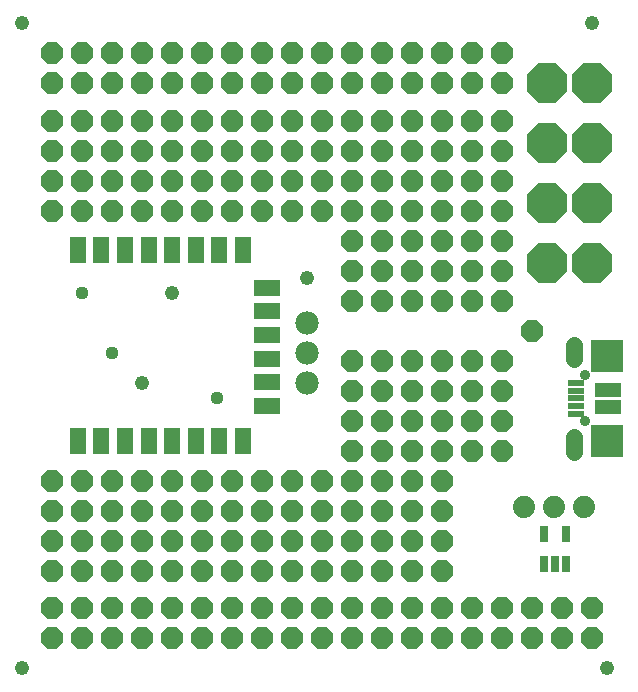
<source format=gts>
G75*
%MOIN*%
%OFA0B0*%
%FSLAX25Y25*%
%IPPOS*%
%LPD*%
%AMOC8*
5,1,8,0,0,1.08239X$1,22.5*
%
%ADD10OC8,0.07100*%
%ADD11C,0.07400*%
%ADD12OC8,0.13300*%
%ADD13C,0.07800*%
%ADD14R,0.05709X0.01969*%
%ADD15R,0.08674X0.04737*%
%ADD16C,0.05556*%
%ADD17R,0.10643X0.10643*%
%ADD18C,0.03556*%
%ADD19R,0.05524X0.08674*%
%ADD20R,0.08674X0.05524*%
%ADD21R,0.02965X0.05524*%
%ADD22C,0.04762*%
%ADD23C,0.04400*%
D10*
X0072311Y0038933D03*
X0082311Y0038933D03*
X0092311Y0038933D03*
X0102311Y0038933D03*
X0112311Y0038933D03*
X0122311Y0038933D03*
X0132311Y0038933D03*
X0142311Y0038933D03*
X0152311Y0038933D03*
X0162311Y0038933D03*
X0172311Y0038933D03*
X0182311Y0038933D03*
X0192311Y0038933D03*
X0202311Y0038933D03*
X0212311Y0038933D03*
X0222311Y0038933D03*
X0232311Y0038933D03*
X0242311Y0038933D03*
X0252311Y0038933D03*
X0252311Y0048933D03*
X0242311Y0048933D03*
X0232311Y0048933D03*
X0222311Y0048933D03*
X0212311Y0048933D03*
X0202311Y0048933D03*
X0192311Y0048933D03*
X0182311Y0048933D03*
X0172311Y0048933D03*
X0162311Y0048933D03*
X0152311Y0048933D03*
X0142311Y0048933D03*
X0132311Y0048933D03*
X0122311Y0048933D03*
X0112311Y0048933D03*
X0102311Y0048933D03*
X0092311Y0048933D03*
X0082311Y0048933D03*
X0072311Y0048933D03*
X0072311Y0061433D03*
X0082311Y0061433D03*
X0092311Y0061433D03*
X0102311Y0061433D03*
X0112311Y0061433D03*
X0122311Y0061433D03*
X0132311Y0061433D03*
X0142311Y0061433D03*
X0152311Y0061433D03*
X0162311Y0061433D03*
X0172311Y0061433D03*
X0182311Y0061433D03*
X0192311Y0061433D03*
X0202311Y0061433D03*
X0202311Y0071433D03*
X0202311Y0081433D03*
X0202311Y0091433D03*
X0202311Y0101433D03*
X0212311Y0101433D03*
X0222311Y0101433D03*
X0222311Y0111433D03*
X0212311Y0111433D03*
X0212311Y0121433D03*
X0222311Y0121433D03*
X0222311Y0131433D03*
X0212311Y0131433D03*
X0202311Y0131433D03*
X0202311Y0121433D03*
X0202311Y0111433D03*
X0192311Y0111433D03*
X0182311Y0111433D03*
X0182311Y0101433D03*
X0192311Y0101433D03*
X0192311Y0091433D03*
X0182311Y0091433D03*
X0182311Y0081433D03*
X0192311Y0081433D03*
X0192311Y0071433D03*
X0182311Y0071433D03*
X0172311Y0071433D03*
X0162311Y0071433D03*
X0162311Y0081433D03*
X0172311Y0081433D03*
X0172311Y0091433D03*
X0172311Y0101433D03*
X0162311Y0091433D03*
X0152311Y0091433D03*
X0152311Y0081433D03*
X0152311Y0071433D03*
X0142311Y0071433D03*
X0132311Y0071433D03*
X0132311Y0081433D03*
X0142311Y0081433D03*
X0142311Y0091433D03*
X0132311Y0091433D03*
X0122311Y0091433D03*
X0112311Y0091433D03*
X0112311Y0081433D03*
X0122311Y0081433D03*
X0122311Y0071433D03*
X0112311Y0071433D03*
X0102311Y0071433D03*
X0092311Y0071433D03*
X0092311Y0081433D03*
X0102311Y0081433D03*
X0102311Y0091433D03*
X0092311Y0091433D03*
X0082311Y0091433D03*
X0082311Y0081433D03*
X0082311Y0071433D03*
X0072311Y0071433D03*
X0072311Y0081433D03*
X0072311Y0091433D03*
X0072311Y0181433D03*
X0082311Y0181433D03*
X0092311Y0181433D03*
X0102311Y0181433D03*
X0112311Y0181433D03*
X0122311Y0181433D03*
X0132311Y0181433D03*
X0142311Y0181433D03*
X0152311Y0181433D03*
X0162311Y0181433D03*
X0172311Y0181433D03*
X0182311Y0181433D03*
X0192311Y0181433D03*
X0202311Y0181433D03*
X0212311Y0181433D03*
X0222311Y0181433D03*
X0222311Y0171433D03*
X0212311Y0171433D03*
X0212311Y0161433D03*
X0222311Y0161433D03*
X0222311Y0151433D03*
X0212311Y0151433D03*
X0202311Y0151433D03*
X0202311Y0161433D03*
X0202311Y0171433D03*
X0192311Y0171433D03*
X0182311Y0171433D03*
X0182311Y0161433D03*
X0192311Y0161433D03*
X0192311Y0151433D03*
X0182311Y0151433D03*
X0172311Y0151433D03*
X0172311Y0161433D03*
X0172311Y0171433D03*
X0172311Y0191433D03*
X0162311Y0191433D03*
X0162311Y0201433D03*
X0172311Y0201433D03*
X0182311Y0201433D03*
X0192311Y0201433D03*
X0202311Y0201433D03*
X0212311Y0201433D03*
X0222311Y0201433D03*
X0222311Y0191433D03*
X0212311Y0191433D03*
X0202311Y0191433D03*
X0192311Y0191433D03*
X0182311Y0191433D03*
X0182311Y0211433D03*
X0192311Y0211433D03*
X0202311Y0211433D03*
X0212311Y0211433D03*
X0222311Y0211433D03*
X0222311Y0223933D03*
X0212311Y0223933D03*
X0212311Y0233933D03*
X0222311Y0233933D03*
X0202311Y0233933D03*
X0202311Y0223933D03*
X0192311Y0223933D03*
X0182311Y0223933D03*
X0182311Y0233933D03*
X0192311Y0233933D03*
X0172311Y0233933D03*
X0162311Y0233933D03*
X0162311Y0223933D03*
X0172311Y0223933D03*
X0172311Y0211433D03*
X0162311Y0211433D03*
X0152311Y0211433D03*
X0152311Y0201433D03*
X0152311Y0191433D03*
X0142311Y0191433D03*
X0132311Y0191433D03*
X0132311Y0201433D03*
X0142311Y0201433D03*
X0142311Y0211433D03*
X0132311Y0211433D03*
X0122311Y0211433D03*
X0112311Y0211433D03*
X0112311Y0201433D03*
X0122311Y0201433D03*
X0122311Y0191433D03*
X0112311Y0191433D03*
X0102311Y0191433D03*
X0092311Y0191433D03*
X0092311Y0201433D03*
X0102311Y0201433D03*
X0102311Y0211433D03*
X0092311Y0211433D03*
X0082311Y0211433D03*
X0082311Y0201433D03*
X0082311Y0191433D03*
X0072311Y0191433D03*
X0072311Y0201433D03*
X0072311Y0211433D03*
X0072311Y0223933D03*
X0082311Y0223933D03*
X0092311Y0223933D03*
X0102311Y0223933D03*
X0112311Y0223933D03*
X0122311Y0223933D03*
X0132311Y0223933D03*
X0142311Y0223933D03*
X0152311Y0223933D03*
X0152311Y0233933D03*
X0142311Y0233933D03*
X0132311Y0233933D03*
X0122311Y0233933D03*
X0112311Y0233933D03*
X0102311Y0233933D03*
X0092311Y0233933D03*
X0082311Y0233933D03*
X0072311Y0233933D03*
X0172311Y0131433D03*
X0182311Y0131433D03*
X0192311Y0131433D03*
X0192311Y0121433D03*
X0182311Y0121433D03*
X0172311Y0121433D03*
X0172311Y0111433D03*
X0232311Y0141433D03*
D11*
X0229519Y0082758D03*
X0239519Y0082758D03*
X0249519Y0082758D03*
D12*
X0252311Y0163933D03*
X0237311Y0163933D03*
X0237311Y0183933D03*
X0252311Y0183933D03*
X0252311Y0203933D03*
X0237311Y0203933D03*
X0237311Y0223933D03*
X0252311Y0223933D03*
D13*
X0157311Y0143933D03*
X0157311Y0133933D03*
X0157311Y0123933D03*
D14*
X0246759Y0124051D03*
X0246759Y0121492D03*
X0246759Y0118933D03*
X0246759Y0116374D03*
X0246759Y0113815D03*
D15*
X0257685Y0115980D03*
X0257685Y0121886D03*
D16*
X0246267Y0131925D02*
X0246267Y0136681D01*
X0246267Y0105941D02*
X0246267Y0101185D01*
D17*
X0257291Y0104760D03*
X0257291Y0133106D03*
D18*
X0249811Y0126610D03*
X0249811Y0111256D03*
D19*
X0135893Y0104642D03*
X0128019Y0104642D03*
X0120145Y0104642D03*
X0112271Y0104642D03*
X0104397Y0104642D03*
X0096523Y0104642D03*
X0088649Y0104642D03*
X0080775Y0104642D03*
X0080775Y0168421D03*
X0088649Y0168421D03*
X0096523Y0168421D03*
X0104397Y0168421D03*
X0112271Y0168421D03*
X0120145Y0168421D03*
X0128019Y0168421D03*
X0135893Y0168421D03*
D20*
X0143767Y0155823D03*
X0143767Y0147949D03*
X0143767Y0140075D03*
X0143767Y0132201D03*
X0143767Y0124327D03*
X0143767Y0116453D03*
D21*
X0236169Y0073815D03*
X0243649Y0073815D03*
X0243649Y0063578D03*
X0239909Y0063578D03*
X0236169Y0063578D03*
D22*
X0062311Y0028933D03*
X0102311Y0123933D03*
X0112311Y0153933D03*
X0157311Y0158933D03*
X0252311Y0243933D03*
X0062311Y0243933D03*
X0257311Y0028933D03*
D23*
X0127311Y0118933D03*
X0092311Y0133933D03*
X0082311Y0153933D03*
M02*

</source>
